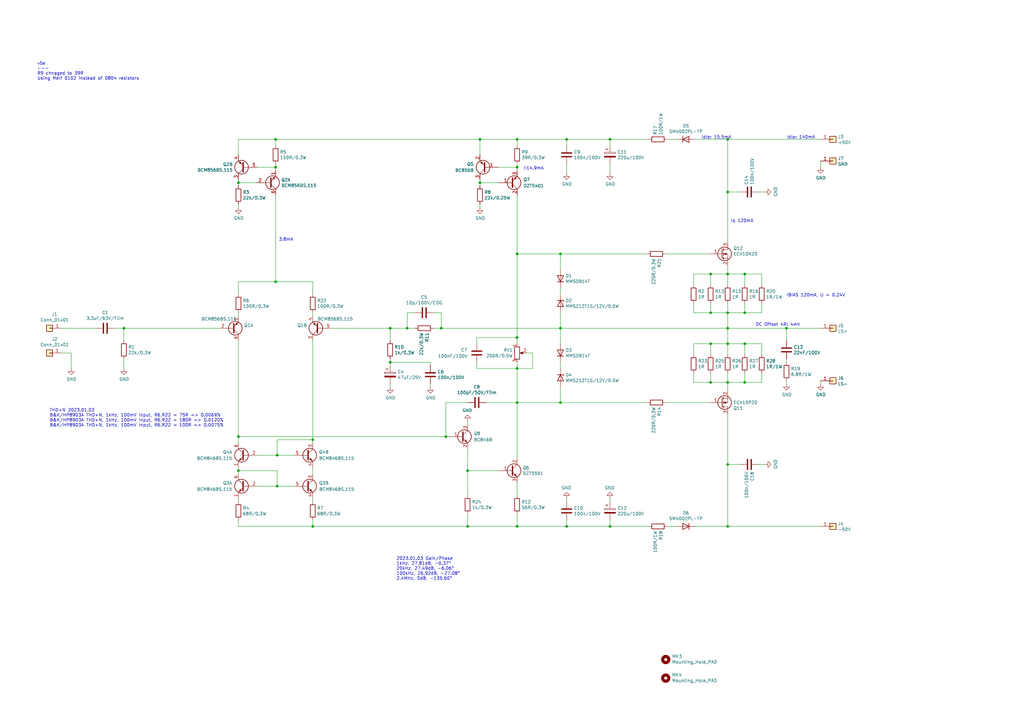
<source format=kicad_sch>
(kicad_sch (version 20230121) (generator eeschema)
  (paper "A3")
  (title_block (title "Lateral MOS FET 80W") (date "2023-08-20") (rev "v5e"))
  (lib_symbols
    (symbol "Connector_Generic:Conn_01x01" (pin_names (offset 1.016) hide)
      (property "Reference" "J" (at 0 2.54 0))
      (property "Value" "Conn_01x01" (at 0 -2.54 0))
      (symbol "Conn_01x01_1_1"
        (rectangle (start -1.27 0.127) (end 0 -0.127) (stroke (width 0.1524)))
        (rectangle (start -1.27 1.27) (end 1.27 -1.27) (stroke (width 0.254)) (fill (type background)))
        (pin passive line (at -5.08 0 0) (length 3.81) (name "Pin_1") (number "1"))
      )
    )
    (symbol "Device:C" (pin_numbers hide) (pin_names (offset 0.254))
      (property "Reference" "C" (at 0.635 2.54 0))
      (property "Value" "C" (at 0.635 -2.54 0))
      (symbol "C_0_1"
        (polyline (pts (xy -2.032 -0.762) (xy 2.032 -0.762)) (stroke (width 0.508)))
        (polyline (pts (xy -2.032 0.762) (xy 2.032 0.762)) (stroke (width 0.508)))
      )
      (symbol "C_1_1"
        (pin passive line (at 0 3.81 270) (length 2.794) (name "~") (number "1"))
        (pin passive line (at 0 -3.81 90) (length 2.794) (name "~") (number "2"))
      )
    )
    (symbol "Device:CP" (pin_numbers hide) (pin_names (offset 0.254))
      (property "Reference" "C" (at 0.635 2.54 0))
      (property "Value" "Device_CP" (at 0.635 -2.54 0))
      (symbol "CP_0_1"
        (rectangle (start -2.286 0.508) (end 2.286 1.016))
        (polyline (pts (xy -1.778 2.286) (xy -0.762 2.286)))
        (polyline (pts (xy -1.27 2.794) (xy -1.27 1.778)))
        (rectangle (start 2.286 -0.508) (end -2.286 -1.016) (fill (type outline)))
      )
      (symbol "CP_1_1"
        (pin passive line (at 0 3.81 270) (length 2.794) (name "~") (number "1"))
        (pin passive line (at 0 -3.81 90) (length 2.794) (name "~") (number "2"))
      )
    )
    (symbol "Device:R" (pin_numbers hide) (pin_names (offset 0))
      (property "Reference" "R" (at 2.032 0 90))
      (property "Value" "R" (at 0 0 90))
      (symbol "R_0_1"
        (rectangle (start -1.016 -2.54) (end 1.016 2.54) (stroke (width 0.254)))
      )
      (symbol "R_1_1"
        (pin passive line (at 0 3.81 270) (length 1.27) (name "~") (number "1"))
        (pin passive line (at 0 -3.81 90) (length 1.27) (name "~") (number "2"))
      )
    )
    (symbol "Device:R_POT" (pin_names (offset 1.016) hide)
      (property "Reference" "RV" (at -4.445 0 90))
      (property "Value" "Device_R_POT" (at -2.54 0 90))
      (symbol "R_POT_0_1"
        (polyline (pts (xy 2.54 0) (xy 1.524 0)))
        (polyline (pts (xy 1.143 0) (xy 2.286 0.508) (xy 2.286 -0.508) (xy 1.143 0)) (fill (type outline)))
        (rectangle (start 1.016 2.54) (end -1.016 -2.54) (stroke (width 0.254)))
      )
      (symbol "R_POT_1_1"
        (pin passive line (at 0 3.81 270) (length 1.27) (name "1") (number "1"))
        (pin passive line (at 3.81 0 180) (length 1.27) (name "2") (number "2"))
        (pin passive line (at 0 -3.81 90) (length 1.27) (name "3") (number "3"))
      )
    )
    (symbol "Diode:1N4002" (pin_numbers hide) (pin_names (offset 1.016) hide)
      (property "Reference" "D" (at 0 2.54 0))
      (property "Value" "1N4002" (at 0 -2.54 0))
      (symbol "1N4002_0_1"
        (polyline (pts (xy -1.27 1.27) (xy -1.27 -1.27)) (stroke (width 0.254)))
        (polyline (pts (xy 1.27 0) (xy -1.27 0)))
        (polyline (pts (xy 1.27 1.27) (xy 1.27 -1.27) (xy -1.27 0) (xy 1.27 1.27)) (stroke (width 0.254)))
      )
      (symbol "1N4002_1_1"
        (pin passive line (at -3.81 0 0) (length 2.54) (name "K") (number "1"))
        (pin passive line (at 3.81 0 180) (length 2.54) (name "A") (number "2"))
      )
    )
    (symbol "Diode:1N4148" (pin_numbers hide) (pin_names (offset 1.016) hide)
      (property "Reference" "D" (at 0 2.54 0))
      (property "Value" "1N4148" (at 0 -2.54 0))
      (symbol "1N4148_0_1"
        (polyline (pts (xy -1.27 1.27) (xy -1.27 -1.27)) (stroke (width 0.254)))
        (polyline (pts (xy 1.27 0) (xy -1.27 0)))
        (polyline (pts (xy 1.27 1.27) (xy 1.27 -1.27) (xy -1.27 0) (xy 1.27 1.27)) (stroke (width 0.254)))
      )
      (symbol "1N4148_1_1"
        (pin passive line (at -3.81 0 0) (length 2.54) (name "K") (number "1"))
        (pin passive line (at 3.81 0 180) (length 2.54) (name "A") (number "2"))
      )
    )
    (symbol "Diode:ZPDxx" (pin_numbers hide) (pin_names (offset 1.016) hide)
      (property "Reference" "D" (at 0 2.54 0))
      (property "Value" "ZPDxx" (at 0 -2.54 0))
      (symbol "ZPDxx_0_1"
        (polyline (pts (xy 1.27 0) (xy -1.27 0)))
        (polyline (pts (xy -1.27 -1.27) (xy -1.27 1.27) (xy -0.762 1.27)) (stroke (width 0.254)))
        (polyline (pts (xy 1.27 -1.27) (xy 1.27 1.27) (xy -1.27 0) (xy 1.27 -1.27)) (stroke (width 0.254)))
      )
      (symbol "ZPDxx_1_1"
        (pin passive line (at -3.81 0 0) (length 2.54) (name "K") (number "1"))
        (pin passive line (at 3.81 0 180) (length 2.54) (name "A") (number "2"))
      )
    )
    (symbol "Mechanical:MountingHole" (pin_names (offset 1.016))
      (property "Reference" "H" (at 0 5.08 0))
      (property "Value" "MountingHole" (at 0 3.175 0))
      (symbol "MountingHole_0_1"
        (circle (center 0 0) (radius 1.27) (stroke (width 1.27)))
      )
    )
    (symbol "Transistor_BJT:BC846" (pin_names (offset 0) hide)
      (property "Reference" "Q" (at 5.08 1.905 0))
      (property "Value" "BC846" (at 5.08 0 0))
      (symbol "BC846_0_1"
        (polyline (pts (xy 0.635 0.635) (xy 2.54 2.54)))
        (polyline (pts (xy 0.635 -0.635) (xy 2.54 -2.54) (xy 2.54 -2.54)))
        (polyline (pts (xy 0.635 1.905) (xy 0.635 -1.905) (xy 0.635 -1.905)) (stroke (width 0.508)))
        (polyline (pts (xy 1.27 -1.778) (xy 1.778 -1.27) (xy 2.286 -2.286) (xy 1.27 -1.778) (xy 1.27 -1.778)) (fill (type outline)))
        (circle (center 1.27 0) (radius 2.8194) (stroke (width 0.254)))
      )
      (symbol "BC846_1_1"
        (pin input line (at -5.08 0 0) (length 5.715) (name "B") (number "1"))
        (pin passive line (at 2.54 -5.08 90) (length 2.54) (name "E") (number "2"))
        (pin passive line (at 2.54 5.08 270) (length 2.54) (name "C") (number "3"))
      )
    )
    (symbol "Transistor_BJT:BC846BDW1" (pin_names (offset 0) hide)
      (property "Reference" "Q" (at 5.08 1.27 0))
      (property "Value" "BC846BDW1" (at 5.08 -1.27 0))
      (symbol "BC846BDW1_0_1"
        (polyline (pts (xy 0.635 0) (xy -2.54 0)))
        (polyline (pts (xy 0.635 0.635) (xy 2.54 2.54)))
        (polyline (pts (xy 0.635 -0.635) (xy 2.54 -2.54) (xy 2.54 -2.54)))
        (polyline (pts (xy 0.635 1.905) (xy 0.635 -1.905) (xy 0.635 -1.905)) (stroke (width 0.508)))
        (polyline (pts (xy 1.27 -1.778) (xy 1.778 -1.27) (xy 2.286 -2.286) (xy 1.27 -1.778) (xy 1.27 -1.778)) (fill (type outline)))
        (circle (center 1.27 0) (radius 2.8194) (stroke (width 0.254)))
      )
      (symbol "BC846BDW1_1_1"
        (pin passive line (at 2.54 -5.08 90) (length 2.54) (name "E1") (number "1"))
        (pin input line (at -5.08 0 0) (length 2.54) (name "B1") (number "2"))
        (pin passive line (at 2.54 5.08 270) (length 2.54) (name "C1") (number "6"))
      )
      (symbol "BC846BDW1_2_1"
        (pin passive line (at 2.54 5.08 270) (length 2.54) (name "C2") (number "3"))
        (pin passive line (at 2.54 -5.08 90) (length 2.54) (name "E2") (number "4"))
        (pin input line (at -5.08 0 0) (length 2.54) (name "B2") (number "5"))
      )
    )
    (symbol "Transistor_BJT:BC856" (pin_names (offset 0) hide)
      (property "Reference" "Q" (at 5.08 1.905 0))
      (property "Value" "BC856" (at 5.08 0 0))
      (symbol "BC856_0_1"
        (polyline (pts (xy 0.635 0.635) (xy 2.54 2.54)))
        (polyline (pts (xy 0.635 -0.635) (xy 2.54 -2.54) (xy 2.54 -2.54)))
        (polyline (pts (xy 0.635 1.905) (xy 0.635 -1.905) (xy 0.635 -1.905)) (stroke (width 0.508)))
        (polyline (pts (xy 2.286 -1.778) (xy 1.778 -2.286) (xy 1.27 -1.27) (xy 2.286 -1.778) (xy 2.286 -1.778)) (fill (type outline)))
        (circle (center 1.27 0) (radius 2.8194) (stroke (width 0.254)))
      )
      (symbol "BC856_1_1"
        (pin input line (at -5.08 0 0) (length 5.715) (name "B") (number "1"))
        (pin passive line (at 2.54 -5.08 90) (length 2.54) (name "E") (number "2"))
        (pin passive line (at 2.54 5.08 270) (length 2.54) (name "C") (number "3"))
      )
    )
    (symbol "Transistor_BJT:BC856BS" (pin_names (offset 0) hide)
      (property "Reference" "Q" (at 5.08 1.27 0))
      (property "Value" "BC856BS" (at 5.08 -1.27 0))
      (symbol "BC856BS_0_1"
        (polyline (pts (xy 0.635 0) (xy -2.54 0)))
        (polyline (pts (xy 0.635 0.635) (xy 2.54 2.54)))
        (polyline (pts (xy 0.635 -0.635) (xy 2.54 -2.54) (xy 2.54 -2.54)))
        (polyline (pts (xy 0.635 1.905) (xy 0.635 -1.905) (xy 0.635 -1.905)) (stroke (width 0.508)))
        (polyline (pts (xy 2.286 -1.778) (xy 1.778 -2.286) (xy 1.27 -1.27) (xy 2.286 -1.778) (xy 2.286 -1.778)) (fill (type outline)))
        (circle (center 1.27 0) (radius 2.8194) (stroke (width 0.254)))
      )
      (symbol "BC856BS_1_1"
        (pin passive line (at 2.54 -5.08 90) (length 2.54) (name "E1") (number "1"))
        (pin input line (at -5.08 0 0) (length 2.54) (name "B1") (number "2"))
        (pin passive line (at 2.54 5.08 270) (length 2.54) (name "C1") (number "6"))
      )
      (symbol "BC856BS_2_1"
        (pin passive line (at 2.54 5.08 270) (length 2.54) (name "C2") (number "3"))
        (pin passive line (at 2.54 -5.08 90) (length 2.54) (name "E2") (number "4"))
        (pin input line (at -5.08 0 0) (length 2.54) (name "B2") (number "5"))
      )
    )
    (symbol "kicad-snk:DZT5401" (pin_names (offset 0) hide)
      (property "Reference" "Q" (at 5.08 1.905 0))
      (property "Value" "DZT5401" (at 5.08 0 0))
      (symbol "DZT5401_0_1"
        (polyline (pts (xy 0.635 0.635) (xy 2.54 2.54)))
        (polyline (pts (xy 0.635 -0.635) (xy 2.54 -2.54) (xy 2.54 -2.54)))
        (polyline (pts (xy 0.635 1.905) (xy 0.635 -1.905) (xy 0.635 -1.905)) (stroke (width 0.508)))
        (polyline (pts (xy 2.286 -1.778) (xy 1.778 -2.286) (xy 1.27 -1.27) (xy 2.286 -1.778) (xy 2.286 -1.778)) (fill (type outline)))
        (circle (center 1.27 0) (radius 2.8194) (stroke (width 0.254)))
      )
      (symbol "DZT5401_1_1"
        (pin input line (at -5.08 0 0) (length 5.715) (name "B") (number "1"))
        (pin passive line (at 2.54 5.08 270) (length 2.54) (name "C") (number "2"))
        (pin passive line (at 2.54 -5.08 90) (length 2.54) (name "E") (number "3"))
      )
    )
    (symbol "kicad-snk:DZT5551" (pin_names (offset 0) hide)
      (property "Reference" "Q" (at 5.08 1.905 0))
      (property "Value" "kicad-snk_DZT5551" (at 5.08 0 0))
      (symbol "DZT5551_0_1"
        (polyline (pts (xy 0.635 0.635) (xy 2.54 2.54)))
        (polyline (pts (xy 0.635 -0.635) (xy 2.54 -2.54) (xy 2.54 -2.54)))
        (polyline (pts (xy 0.635 1.905) (xy 0.635 -1.905) (xy 0.635 -1.905)) (stroke (width 0.508)))
        (polyline (pts (xy 1.27 -1.778) (xy 1.778 -1.27) (xy 2.286 -2.286) (xy 1.27 -1.778) (xy 1.27 -1.778)) (fill (type outline)))
        (circle (center 1.27 0) (radius 2.8194) (stroke (width 0.254)))
      )
      (symbol "DZT5551_1_1"
        (pin input line (at -5.08 0 0) (length 5.715) (name "B") (number "1"))
        (pin passive line (at 2.54 5.08 270) (length 2.54) (name "C") (number "2"))
        (pin passive line (at 2.54 -5.08 90) (length 2.54) (name "E") (number "3"))
      )
    )
    (symbol "kicad-snk:Q_NMOS_GSD" (pin_names (offset 0) hide)
      (property "Reference" "Q" (at 7.62 1.27 0))
      (property "Value" "kicad-snk_Q_NMOS_GSD" (at 16.51 -1.27 0))
      (symbol "Q_NMOS_GSD_0_1"
        (polyline (pts (xy 0.762 -1.778) (xy 2.54 -1.778)))
        (polyline (pts (xy 0.762 -1.27) (xy 0.762 -2.286)) (stroke (width 0.254)))
        (polyline (pts (xy 0.762 0) (xy 2.54 0)))
        (polyline (pts (xy 0.762 0.508) (xy 0.762 -0.508)) (stroke (width 0.254)))
        (polyline (pts (xy 0.762 1.778) (xy 2.54 1.778)))
        (polyline (pts (xy 0.762 2.286) (xy 0.762 1.27)) (stroke (width 0.254)))
        (polyline (pts (xy 2.54 -1.778) (xy 2.54 -2.54)))
        (polyline (pts (xy 2.54 -1.778) (xy 2.54 0)))
        (polyline (pts (xy 2.54 2.54) (xy 2.54 1.778)))
        (polyline (pts (xy 0.254 1.905) (xy 0.254 -1.905) (xy 0.254 -1.905)) (stroke (width 0.254)))
        (polyline (pts (xy 1.016 0) (xy 2.032 0.381) (xy 2.032 -0.381) (xy 1.016 0)) (fill (type outline)))
        (circle (center 1.27 0) (radius 2.8194) (stroke (width 0.254)))
      )
      (symbol "Q_NMOS_GSD_1_1"
        (pin input line (at -5.08 0 0) (length 5.334) (name "G") (number "1"))
        (pin passive line (at 2.54 -5.08 90) (length 2.54) (name "S") (number "2"))
        (pin passive line (at 2.54 5.08 270) (length 2.54) (name "D") (number "3"))
      )
    )
    (symbol "kicad-snk:Q_PMOS_GSD" (pin_names (offset 0) hide)
      (property "Reference" "Q" (at 7.62 1.27 0))
      (property "Value" "kicad-snk_Q_PMOS_GSD" (at 16.51 -1.27 0))
      (symbol "Q_PMOS_GSD_0_1"
        (polyline (pts (xy 0.762 -1.778) (xy 2.54 -1.778)))
        (polyline (pts (xy 0.762 -1.27) (xy 0.762 -2.286)) (stroke (width 0.254)))
        (polyline (pts (xy 0.762 0) (xy 2.54 0)))
        (polyline (pts (xy 0.762 0.508) (xy 0.762 -0.508)) (stroke (width 0.254)))
        (polyline (pts (xy 0.762 1.778) (xy 2.54 1.778)))
        (polyline (pts (xy 0.762 2.286) (xy 0.762 1.27)) (stroke (width 0.254)))
        (polyline (pts (xy 2.54 -1.778) (xy 2.54 -2.54)))
        (polyline (pts (xy 2.54 -1.778) (xy 2.54 0)))
        (polyline (pts (xy 2.54 2.54) (xy 2.54 1.778)))
        (polyline (pts (xy 0.254 1.905) (xy 0.254 -1.905) (xy 0.254 -1.905)) (stroke (width 0.254)))
        (polyline (pts (xy 2.286 0) (xy 1.27 -0.381) (xy 1.27 0.381) (xy 2.286 0)) (fill (type outline)))
        (circle (center 1.27 0) (radius 2.8194) (stroke (width 0.254)))
      )
      (symbol "Q_PMOS_GSD_1_1"
        (pin input line (at -5.08 0 0) (length 5.334) (name "G") (number "1"))
        (pin passive line (at 2.54 -5.08 90) (length 2.54) (name "D") (number "2"))
        (pin passive line (at 2.54 5.08 270) (length 2.54) (name "S") (number "3"))
      )
    )
    (symbol "power:GND" (power) (pin_names (offset 0))
      (property "Value" "GND" (at 0 -3.81 0))
      (symbol "GND_0_1"
        (polyline (pts (xy 0 0) (xy 0 -1.27) (xy 1.27 -1.27) (xy 0 -2.54) (xy -1.27 -1.27) (xy 0 -1.27)))
      )
      (symbol "GND_1_1"
        (pin power_in line (at 0 0 270) (length 0) hide (name "GND") (number "1"))
      )
    )
  )
  (junction (at 229.87 165.1))
  (junction (at 191.77 215.9))
  (junction (at 212.09 68.58))
  (junction (at 229.87 104.14))
  (junction (at 212.09 165.1))
  (junction (at 305.435 156.845))
  (junction (at 229.87 134.62))
  (junction (at 191.77 193.04))
  (junction (at 212.09 215.9))
  (junction (at 298.45 215.9))
  (junction (at 196.85 74.93))
  (junction (at 97.79 193.04))
  (junction (at 113.665 186.69))
  (junction (at 113.03 115.57))
  (junction (at 298.45 57.15))
  (junction (at 50.8 134.62))
  (junction (at 250.19 57.15))
  (junction (at 212.09 138.43))
  (junction (at 232.41 57.15))
  (junction (at 113.03 57.15))
  (junction (at 97.79 179.07))
  (junction (at 212.09 151.13))
  (junction (at 113.665 199.39))
  (junction (at 298.45 156.845))
  (junction (at 298.45 190.5))
  (junction (at 160.02 134.62))
  (junction (at 180.975 134.62))
  (junction (at 128.27 215.9))
  (junction (at 167.005 134.62))
  (junction (at 298.45 112.395))
  (junction (at 305.435 112.395))
  (junction (at 305.435 140.97))
  (junction (at 298.45 134.62))
  (junction (at 113.03 68.58))
  (junction (at 212.09 57.15))
  (junction (at 182.88 179.07))
  (junction (at 212.09 104.14))
  (junction (at 97.79 74.93))
  (junction (at 128.27 180.34))
  (junction (at 291.465 140.97))
  (junction (at 196.85 57.15))
  (junction (at 322.58 134.62))
  (junction (at 298.45 128.27))
  (junction (at 291.465 128.27))
  (junction (at 291.465 156.845))
  (junction (at 291.465 112.395))
  (junction (at 250.19 215.9))
  (junction (at 298.45 140.97))
  (junction (at 160.02 148.59))
  (junction (at 298.45 78.74))
  (junction (at 305.435 128.27))
  (junction (at 232.41 215.9))
  (wire (pts (xy 50.8 134.62) (xy 90.17 134.62)))
  (wire (pts (xy 212.09 68.58) (xy 212.09 69.85)))
  (wire (pts (xy 29.21 144.78) (xy 25.4 144.78)))
  (wire (pts (xy 312.42 112.395) (xy 305.435 112.395)))
  (wire (pts (xy 284.48 156.845) (xy 291.465 156.845)))
  (wire (pts (xy 284.48 140.97) (xy 291.465 140.97)))
  (wire (pts (xy 196.85 73.66) (xy 196.85 74.93)))
  (wire (pts (xy 305.435 156.845) (xy 298.45 156.845)))
  (wire (pts (xy 285.115 57.15) (xy 298.45 57.15)))
  (wire (pts (xy 128.27 115.57) (xy 113.03 115.57)))
  (wire (pts (xy 218.44 151.13) (xy 218.44 144.78)))
  (wire (pts (xy 128.27 139.7) (xy 128.27 180.34)))
  (wire (pts (xy 291.465 116.84) (xy 291.465 112.395)))
  (wire (pts (xy 160.02 148.59) (xy 176.53 148.59)))
  (wire (pts (xy 284.48 128.27) (xy 291.465 128.27)))
  (wire (pts (xy 298.45 215.9) (xy 298.45 190.5)))
  (wire (pts (xy 212.09 165.1) (xy 229.87 165.1)))
  (wire (pts (xy 113.03 57.15) (xy 196.85 57.15)))
  (wire (pts (xy 312.42 128.27) (xy 305.435 128.27)))
  (wire (pts (xy 212.09 210.82) (xy 212.09 215.9)))
  (wire (pts (xy 196.85 57.15) (xy 196.85 63.5)))
  (wire (pts (xy 176.53 149.86) (xy 176.53 148.59)))
  (wire (pts (xy 291.465 145.415) (xy 291.465 140.97)))
  (wire (pts (xy 291.465 112.395) (xy 298.45 112.395)))
  (wire (pts (xy 212.09 57.15) (xy 232.41 57.15)))
  (wire (pts (xy 229.87 110.49) (xy 229.87 104.14)))
  (wire (pts (xy 105.41 199.39) (xy 113.665 199.39)))
  (wire (pts (xy 191.77 184.15) (xy 191.77 193.04)))
  (wire (pts (xy 232.41 57.15) (xy 232.41 59.69)))
  (wire (pts (xy 113.03 115.57) (xy 97.79 115.57)))
  (wire (pts (xy 25.4 134.62) (xy 39.37 134.62)))
  (wire (pts (xy 105.41 68.58) (xy 113.03 68.58)))
  (wire (pts (xy 229.87 128.27) (xy 229.87 134.62)))
  (wire (pts (xy 232.41 67.31) (xy 232.41 71.12)))
  (wire (pts (xy 232.41 215.9) (xy 250.19 215.9)))
  (wire (pts (xy 303.53 78.74) (xy 298.45 78.74)))
  (wire (pts (xy 128.27 180.34) (xy 128.27 181.61)))
  (wire (pts (xy 303.53 190.5) (xy 298.45 190.5)))
  (wire (pts (xy 113.665 199.39) (xy 120.65 199.39)))
  (wire (pts (xy 97.79 74.93) (xy 105.41 74.93)))
  (wire (pts (xy 312.42 116.84) (xy 312.42 112.395)))
  (wire (pts (xy 191.77 172.72) (xy 191.77 173.99)))
  (wire (pts (xy 250.19 57.15) (xy 250.19 59.69)))
  (wire (pts (xy 298.45 99.06) (xy 298.45 78.74)))
  (wire (pts (xy 167.005 134.62) (xy 170.18 134.62)))
  (wire (pts (xy 196.85 74.93) (xy 196.85 76.2)))
  (wire (pts (xy 160.02 148.59) (xy 160.02 147.32)))
  (wire (pts (xy 167.005 128.27) (xy 167.005 134.62)))
  (wire (pts (xy 105.41 186.69) (xy 113.665 186.69)))
  (wire (pts (xy 196.85 57.15) (xy 212.09 57.15)))
  (wire (pts (xy 298.45 215.9) (xy 336.55 215.9)))
  (wire (pts (xy 113.665 193.04) (xy 113.665 199.39)))
  (wire (pts (xy 232.41 57.15) (xy 250.19 57.15)))
  (wire (pts (xy 212.09 151.13) (xy 218.44 151.13)))
  (wire (pts (xy 196.85 74.93) (xy 204.47 74.93)))
  (wire (pts (xy 182.88 179.07) (xy 184.15 179.07)))
  (wire (pts (xy 97.79 139.7) (xy 97.79 179.07)))
  (wire (pts (xy 212.09 138.43) (xy 212.09 140.97)))
  (wire (pts (xy 284.48 124.46) (xy 284.48 128.27)))
  (wire (pts (xy 97.79 204.47) (xy 97.79 205.74)))
  (wire (pts (xy 191.77 215.9) (xy 212.09 215.9)))
  (wire (pts (xy 273.05 165.1) (xy 290.83 165.1)))
  (wire (pts (xy 128.27 215.9) (xy 191.77 215.9)))
  (wire (pts (xy 298.45 112.395) (xy 298.45 116.84)))
  (wire (pts (xy 212.09 151.13) (xy 212.09 165.1)))
  (wire (pts (xy 182.88 165.1) (xy 182.88 179.07)))
  (wire (pts (xy 229.87 158.75) (xy 229.87 165.1)))
  (wire (pts (xy 212.09 57.15) (xy 212.09 59.69)))
  (wire (pts (xy 212.09 165.1) (xy 212.09 187.96)))
  (wire (pts (xy 191.77 165.1) (xy 182.88 165.1)))
  (wire (pts (xy 128.27 128.27) (xy 128.27 129.54)))
  (wire (pts (xy 312.42 156.845) (xy 305.435 156.845)))
  (wire (pts (xy 336.55 66.04) (xy 336.55 68.58)))
  (wire (pts (xy 312.42 140.97) (xy 305.435 140.97)))
  (wire (pts (xy 273.685 57.15) (xy 277.495 57.15)))
  (wire (pts (xy 97.79 73.66) (xy 97.79 74.93)))
  (wire (pts (xy 312.42 145.415) (xy 312.42 140.97)))
  (wire (pts (xy 97.79 57.15) (xy 113.03 57.15)))
  (wire (pts (xy 298.45 78.74) (xy 298.45 57.15)))
  (wire (pts (xy 97.79 57.15) (xy 97.79 63.5)))
  (wire (pts (xy 204.47 68.58) (xy 212.09 68.58)))
  (wire (pts (xy 196.85 83.82) (xy 196.85 85.09)))
  (wire (pts (xy 312.42 124.46) (xy 312.42 128.27)))
  (wire (pts (xy 298.45 140.97) (xy 298.45 145.415)))
  (wire (pts (xy 298.45 170.18) (xy 298.45 190.5)))
  (wire (pts (xy 229.87 104.14) (xy 265.43 104.14)))
  (wire (pts (xy 284.48 153.035) (xy 284.48 156.845)))
  (wire (pts (xy 322.58 139.7) (xy 322.58 134.62)))
  (wire (pts (xy 50.8 151.13) (xy 50.8 147.32)))
  (wire (pts (xy 305.435 140.97) (xy 298.45 140.97)))
  (wire (pts (xy 305.435 145.415) (xy 305.435 140.97)))
  (wire (pts (xy 291.465 156.845) (xy 298.45 156.845)))
  (wire (pts (xy 322.58 157.48) (xy 322.58 156.21)))
  (wire (pts (xy 97.79 179.07) (xy 97.79 181.61)))
  (wire (pts (xy 97.79 128.27) (xy 97.79 129.54)))
  (wire (pts (xy 195.58 140.97) (xy 195.58 138.43)))
  (wire (pts (xy 273.05 104.14) (xy 290.83 104.14)))
  (wire (pts (xy 313.69 78.74) (xy 311.15 78.74)))
  (wire (pts (xy 97.79 213.36) (xy 97.79 215.9)))
  (wire (pts (xy 273.685 215.9) (xy 277.495 215.9)))
  (wire (pts (xy 250.19 213.36) (xy 250.19 215.9)))
  (wire (pts (xy 113.03 57.15) (xy 113.03 59.69)))
  (wire (pts (xy 212.09 198.12) (xy 212.09 203.2)))
  (wire (pts (xy 298.45 156.845) (xy 298.45 160.02)))
  (wire (pts (xy 97.79 193.04) (xy 97.79 194.31)))
  (wire (pts (xy 160.02 134.62) (xy 160.02 139.7)))
  (wire (pts (xy 322.58 148.59) (xy 322.58 147.32)))
  (wire (pts (xy 113.665 186.69) (xy 113.665 180.34)))
  (wire (pts (xy 212.09 148.59) (xy 212.09 151.13)))
  (wire (pts (xy 97.79 83.82) (xy 97.79 85.09)))
  (wire (pts (xy 160.02 149.86) (xy 160.02 148.59)))
  (wire (pts (xy 176.53 158.75) (xy 176.53 157.48)))
  (wire (pts (xy 298.45 57.15) (xy 336.55 57.15)))
  (wire (pts (xy 50.8 139.7) (xy 50.8 134.62)))
  (wire (pts (xy 128.27 115.57) (xy 128.27 120.65)))
  (wire (pts (xy 180.975 128.27) (xy 180.975 134.62)))
  (wire (pts (xy 97.79 191.77) (xy 97.79 193.04)))
  (wire (pts (xy 336.55 134.62) (xy 322.58 134.62)))
  (wire (pts (xy 113.665 186.69) (xy 120.65 186.69)))
  (wire (pts (xy 180.975 134.62) (xy 229.87 134.62)))
  (wire (pts (xy 250.19 57.15) (xy 266.065 57.15)))
  (wire (pts (xy 180.975 128.27) (xy 177.8 128.27)))
  (wire (pts (xy 128.27 191.77) (xy 128.27 194.31)))
  (wire (pts (xy 191.77 193.04) (xy 204.47 193.04)))
  (wire (pts (xy 305.435 124.46) (xy 305.435 128.27)))
  (wire (pts (xy 195.58 148.59) (xy 195.58 151.13)))
  (wire (pts (xy 199.39 165.1) (xy 212.09 165.1)))
  (wire (pts (xy 177.8 134.62) (xy 180.975 134.62)))
  (wire (pts (xy 128.27 213.36) (xy 128.27 215.9)))
  (wire (pts (xy 170.18 128.27) (xy 167.005 128.27)))
  (wire (pts (xy 250.19 67.31) (xy 250.19 71.12)))
  (wire (pts (xy 97.79 115.57) (xy 97.79 120.65)))
  (wire (pts (xy 284.48 112.395) (xy 291.465 112.395)))
  (wire (pts (xy 46.99 134.62) (xy 50.8 134.62)))
  (wire (pts (xy 97.79 215.9) (xy 128.27 215.9)))
  (wire (pts (xy 305.435 153.035) (xy 305.435 156.845)))
  (wire (pts (xy 229.87 151.13) (xy 229.87 148.59)))
  (wire (pts (xy 212.09 67.31) (xy 212.09 68.58)))
  (wire (pts (xy 291.465 124.46) (xy 291.465 128.27)))
  (wire (pts (xy 232.41 205.74) (xy 232.41 204.47)))
  (wire (pts (xy 191.77 210.82) (xy 191.77 215.9)))
  (wire (pts (xy 284.48 116.84) (xy 284.48 112.395)))
  (wire (pts (xy 160.02 158.75) (xy 160.02 157.48)))
  (wire (pts (xy 313.69 190.5) (xy 311.15 190.5)))
  (wire (pts (xy 195.58 151.13) (xy 212.09 151.13)))
  (wire (pts (xy 97.79 193.04) (xy 113.665 193.04)))
  (wire (pts (xy 113.03 67.31) (xy 113.03 68.58)))
  (wire (pts (xy 113.03 80.01) (xy 113.03 115.57)))
  (wire (pts (xy 291.465 140.97) (xy 298.45 140.97)))
  (wire (pts (xy 298.45 134.62) (xy 298.45 140.97)))
  (wire (pts (xy 291.465 153.035) (xy 291.465 156.845)))
  (wire (pts (xy 215.9 144.78) (xy 218.44 144.78)))
  (wire (pts (xy 212.09 80.01) (xy 212.09 104.14)))
  (wire (pts (xy 284.48 145.415) (xy 284.48 140.97)))
  (wire (pts (xy 212.09 138.43) (xy 212.09 104.14)))
  (wire (pts (xy 229.87 165.1) (xy 265.43 165.1)))
  (wire (pts (xy 285.115 215.9) (xy 298.45 215.9)))
  (wire (pts (xy 298.45 128.27) (xy 298.45 134.62)))
  (wire (pts (xy 250.19 204.47) (xy 250.19 205.74)))
  (wire (pts (xy 212.09 104.14) (xy 229.87 104.14)))
  (wire (pts (xy 229.87 140.97) (xy 229.87 134.62)))
  (wire (pts (xy 291.465 128.27) (xy 298.45 128.27)))
  (wire (pts (xy 298.45 153.035) (xy 298.45 156.845)))
  (wire (pts (xy 298.45 124.46) (xy 298.45 128.27)))
  (wire (pts (xy 29.21 151.13) (xy 29.21 144.78)))
  (wire (pts (xy 160.02 134.62) (xy 167.005 134.62)))
  (wire (pts (xy 298.45 109.22) (xy 298.45 112.395)))
  (wire (pts (xy 135.89 134.62) (xy 160.02 134.62)))
  (wire (pts (xy 128.27 204.47) (xy 128.27 205.74)))
  (wire (pts (xy 212.09 215.9) (xy 232.41 215.9)))
  (wire (pts (xy 312.42 153.035) (xy 312.42 156.845)))
  (wire (pts (xy 97.79 74.93) (xy 97.79 76.2)))
  (wire (pts (xy 305.435 112.395) (xy 298.45 112.395)))
  (wire (pts (xy 195.58 138.43) (xy 212.09 138.43)))
  (wire (pts (xy 113.03 68.58) (xy 113.03 69.85)))
  (wire (pts (xy 232.41 213.36) (xy 232.41 215.9)))
  (wire (pts (xy 298.45 134.62) (xy 322.58 134.62)))
  (wire (pts (xy 229.87 134.62) (xy 298.45 134.62)))
  (wire (pts (xy 191.77 193.04) (xy 191.77 203.2)))
  (wire (pts (xy 229.87 120.65) (xy 229.87 118.11)))
  (wire (pts (xy 113.665 180.34) (xy 128.27 180.34)))
  (wire (pts (xy 305.435 116.84) (xy 305.435 112.395)))
  (wire (pts (xy 250.19 215.9) (xy 266.065 215.9)))
  (wire (pts (xy 305.435 128.27) (xy 298.45 128.27)))
  (wire (pts (xy 336.55 157.48) (xy 336.55 156.21)))
  (wire (pts (xy 97.79 179.07) (xy 182.88 179.07)))
  (text "THD+N 2023.01.03\nB&K/HP8903A THD+N, 1kHz, 100mV Input, R6,R22 = 75R => 0.0069%\nB&K/HP8903A THD+N, 1kHz, 100mV Input, R6,R22 = 180R => 0.0120%\nB&K/HP8903A THD+N, 1kHz, 100mV Input, R6,R22 = 100R => 0.0075%\n" (at 20.32 175.26 0) (effects (font (size 1.27 1.27)) (justify left bottom)))
  (text "Iq 120mA" (at 299.72 91.44 0) (effects (font (size 1.27 1.27)) (justify left bottom)))
  (text "Idle: 15.5mA" (at 287.655 57.15 0) (effects (font (size 1.27 1.27)) (justify left bottom)))
  (text "v5e\n---\nR9 chnaged to 39R\nUsing Melf 0102 instead of 0804 resistors" (at 15.24 33.02 0) (effects (font (size 1.27 1.27)) (justify left bottom)))
  (text "2023.01.03 Gain/Phase\n1kHz, 27.81dB, -0.37°\n20kHz, 27.49dB, -6.06°\n100kHz, 26.92dB, -27.08°\n2.4MHz, 0dB, -135.60°" (at 162.56 238.125 0) (effects (font (size 1.27 1.27)) (justify left bottom)))
  (text "Idle: 140mA" (at 322.58 57.15 0) (effects (font (size 1.27 1.27)) (justify left bottom)))
  (text "DC Offset 4R: 4mV" (at 309.88 133.985 0) (effects (font (size 1.27 1.27)) (justify left bottom)))
  (text "3.8mA" (at 114.3 99.06 0) (effects (font (size 1.27 1.27)) (justify left bottom)))
  (text "I:14.9mA" (at 214.63 69.85 0) (effects (font (size 1.27 1.27)) (justify left bottom)))
  (text "IBIAS 120mA, U = 0.24V" (at 322.58 121.92 0) (effects (font (size 1.27 1.27)) (justify left bottom)))
  (symbol (lib_id "Device:C") (at 43.18 134.62 270) (unit 1)
    (property "Reference" "C1" (at 43.18 128.2192 90))
    (property "Value" "3.3uF/63V/Film" (at 43.18 130.5306 90))
    (property "Footprint" "Capacitor_THT:C_Rect_L7.2mm_W7.2mm_P5.00mm_FKS2_FKP2_MKS2_MKP2" (effects hide))
  )
  (symbol (lib_id "power:GND") (at 50.8 151.13 0) (unit 1)
    (property "Reference" "#PWR0101" (effects hide))
    (property "Value" "GND" (at 50.927 155.5242 0))
  )
  (symbol (lib_id "Device:R") (at 50.8 143.51 0) (unit 1)
    (property "Reference" "R1" (at 52.578 142.3416 0) (effects (justify left)))
    (property "Value" "22k/0.3W" (at 52.578 144.653 0) (effects (justify left)))
    (property "Footprint" "Resistor_SMD:R_0805_2012Metric_Pad1.20x1.40mm_HandSolder" (effects hide))
  )
  (symbol (lib_id "power:GND") (at 29.21 151.13 0) (unit 1)
    (property "Reference" "#PWR0102" (effects hide))
    (property "Value" "GND" (at 29.337 155.5242 0))
  )
  (symbol (lib_id "Connector_Generic:Conn_01x01") (at 20.32 134.62 180) (unit 1)
    (property "Reference" "J1" (at 22.4028 128.905 0))
    (property "Value" "Conn_01x01" (at 22.4028 131.2164 0))
    (property "Footprint" "Connector_Pin:Pin_D1.0mm_L10.0mm" (effects hide))
  )
  (symbol (lib_id "Connector_Generic:Conn_01x01") (at 20.32 144.78 180) (unit 1)
    (property "Reference" "J2" (at 22.4028 139.065 0))
    (property "Value" "Conn_01x01" (at 22.4028 141.3764 0))
    (property "Footprint" "Connector_Pin:Pin_D1.0mm_L10.0mm" (effects hide))
  )
  (symbol (lib_id "Device:R") (at 97.79 124.46 0) (unit 1)
    (property "Reference" "R6" (at 99.568 123.2916 0) (effects (justify left)))
    (property "Value" "100R/0.3W" (at 99.568 125.603 0) (effects (justify left)))
    (property "Footprint" "Resistor_SMD:R_0805_2012Metric_Pad1.20x1.40mm_HandSolder" (effects hide))
  )
  (symbol (lib_id "Device:R") (at 97.79 80.01 0) (unit 1)
    (property "Reference" "R3" (at 99.568 78.8416 0) (effects (justify left)))
    (property "Value" "22k/0.3W" (at 99.568 81.153 0) (effects (justify left)))
    (property "Footprint" "Resistor_SMD:R_0805_2012Metric_Pad1.20x1.40mm_HandSolder" (effects hide))
  )
  (symbol (lib_id "power:GND") (at 97.79 85.09 0) (unit 1)
    (property "Reference" "#PWR0103" (effects hide))
    (property "Value" "GND" (at 97.917 89.4842 0))
  )
  (symbol (lib_id "Device:R") (at 113.03 63.5 0) (unit 1)
    (property "Reference" "R5" (at 114.808 62.3316 0) (effects (justify left)))
    (property "Value" "150R/0.3W" (at 114.808 64.643 0) (effects (justify left)))
    (property "Footprint" "Resistor_SMD:R_0805_2012Metric_Pad1.20x1.40mm_HandSolder" (effects hide))
  )
  (symbol (lib_id "Device:CP") (at 160.02 153.67 0) (unit 1)
    (property "Reference" "C4" (at 163.0172 152.5016 0) (effects (justify left)))
    (property "Value" "47uF/25V" (at 163.0172 154.813 0) (effects (justify left)))
    (property "Footprint" "Capacitor_THT:CP_Radial_D5.0mm_P2.00mm" (effects hide))
  )
  (symbol (lib_id "Device:C") (at 176.53 153.67 0) (unit 1)
    (property "Reference" "C6" (at 179.451 152.5016 0) (effects (justify left)))
    (property "Value" "100n/100V" (at 179.451 154.813 0) (effects (justify left)))
    (property "Footprint" "Capacitor_THT:C_Rect_L7.2mm_W2.5mm_P5.00mm_FKS2_FKP2_MKS2_MKP2" (effects hide))
  )
  (symbol (lib_id "Device:R") (at 160.02 143.51 0) (unit 1)
    (property "Reference" "R10" (at 161.798 142.3416 0) (effects (justify left)))
    (property "Value" "1k/0.3W" (at 161.798 144.653 0) (effects (justify left)))
    (property "Footprint" "Resistor_SMD:R_0805_2012Metric_Pad1.20x1.40mm_HandSolder" (effects hide))
  )
  (symbol (lib_id "Device:R") (at 128.27 209.55 0) (unit 1)
    (property "Reference" "R7" (at 130.048 208.3816 0) (effects (justify left)))
    (property "Value" "68R/0.3W" (at 130.048 210.693 0) (effects (justify left)))
    (property "Footprint" "Resistor_SMD:R_0805_2012Metric_Pad1.20x1.40mm_HandSolder" (effects hide))
  )
  (symbol (lib_id "Device:R") (at 97.79 209.55 0) (unit 1)
    (property "Reference" "R4" (at 99.568 208.3816 0) (effects (justify left)))
    (property "Value" "68R/0.3W" (at 99.568 210.693 0) (effects (justify left)))
    (property "Footprint" "Resistor_SMD:R_0805_2012Metric_Pad1.20x1.40mm_HandSolder" (effects hide))
  )
  (symbol (lib_id "Device:R") (at 173.99 134.62 270) (unit 1)
    (property "Reference" "R11" (at 175.1584 136.398 0) (effects (justify left)))
    (property "Value" "22k/0.3W" (at 172.847 136.398 0) (effects (justify left)))
    (property "Footprint" "Resistor_SMD:R_0805_2012Metric_Pad1.20x1.40mm_HandSolder" (effects hide))
  )
  (symbol (lib_id "Connector_Generic:Conn_01x01") (at 341.63 57.15 0) (unit 1)
    (property "Reference" "J3" (at 343.662 56.0832 0) (effects (justify left)))
    (property "Value" "+50V" (at 343.662 58.3946 0) (effects (justify left)))
    (property "Footprint" "kicad-snk:TE-726386-2_Pitch5.08mm_Drill1.3mm" (effects hide))
  )
  (symbol (lib_id "Connector_Generic:Conn_01x01") (at 341.63 215.9 0) (unit 1)
    (property "Reference" "J4" (at 343.662 214.8332 0) (effects (justify left)))
    (property "Value" "-50V" (at 343.662 217.1446 0) (effects (justify left)))
    (property "Footprint" "kicad-snk:TE-726386-2_Pitch5.08mm_Drill1.3mm" (effects hide))
  )
  (symbol (lib_id "power:GND") (at 322.58 157.48 0) (unit 1)
    (property "Reference" "#PWR0109" (effects hide))
    (property "Value" "GND" (at 322.707 161.8742 0))
  )
  (symbol (lib_id "Connector_Generic:Conn_01x01") (at 341.63 156.21 0) (unit 1)
    (property "Reference" "J6" (at 343.662 155.1432 0) (effects (justify left)))
    (property "Value" "LS-" (at 343.662 157.4546 0) (effects (justify left)))
    (property "Footprint" "kicad-snk:TE-726386-2_Pitch5.08mm_Drill1.3mm" (effects hide))
  )
  (symbol (lib_id "Connector_Generic:Conn_01x01") (at 341.63 134.62 0) (unit 1)
    (property "Reference" "J5" (at 343.662 133.5532 0) (effects (justify left)))
    (property "Value" "LS+" (at 343.662 135.8646 0) (effects (justify left)))
    (property "Footprint" "kicad-snk:TE-726386-2_Pitch5.08mm_Drill1.3mm" (effects hide))
  )
  (symbol (lib_id "power:GND") (at 336.55 157.48 0) (unit 1)
    (property "Reference" "#PWR0110" (effects hide))
    (property "Value" "GND" (at 336.677 161.8742 0))
  )
  (symbol (lib_id "Device:R_POT") (at 212.09 144.78 0) (unit 1)
    (property "Reference" "RV1" (at 210.3374 143.6116 0) (effects (justify right)))
    (property "Value" "200R/0.5W" (at 210.3374 145.923 0) (effects (justify right)))
    (property "Footprint" "Potentiometer_THT:Potentiometer_Bourns_3296W_Vertical" (effects hide))
  )
  (symbol (lib_id "Device:C") (at 195.58 144.78 180) (unit 1)
    (property "Reference" "C7" (at 191.77 143.51 0) (effects (justify left)))
    (property "Value" "100nF/100V" (at 191.77 146.05 0) (effects (justify left)))
    (property "Footprint" "Capacitor_THT:C_Rect_L7.2mm_W2.5mm_P5.00mm_FKS2_FKP2_MKS2_MKP2" (effects hide))
  )
  (symbol (lib_id "Diode:1N4148") (at 229.87 114.3 90) (unit 1)
    (property "Reference" "D1" (at 231.902 113.1316 90) (effects (justify right)))
    (property "Value" "MMSD914T" (at 231.902 115.443 90) (effects (justify right)))
    (property "Footprint" "Diode_SMD:D_SOD-123" (effects hide))
    (property "Datasheet" "https://assets.nexperia.com/documents/data-sheet/1N4148_1N4448.pdf" (effects hide))
  )
  (symbol (lib_id "Diode:ZPDxx") (at 229.87 124.46 270) (unit 1)
    (property "Reference" "D2" (at 231.902 123.2916 90) (effects (justify left)))
    (property "Value" "MMSZ12T1G/12V/0.5W" (at 231.902 125.603 90) (effects (justify left)))
    (property "Footprint" "Diode_SMD:D_SOD-123" (effects hide))
    (property "Datasheet" "http://diotec.com/tl_files/diotec/files/pdf/datasheets/zpd1" (effects hide))
  )
  (symbol (lib_id "Diode:1N4148") (at 229.87 144.78 90) (unit 1)
    (property "Reference" "D3" (at 231.902 143.6116 90) (effects (justify right)))
    (property "Value" "MMSD914T" (at 231.902 145.923 90) (effects (justify right)))
    (property "Footprint" "Diode_SMD:D_SOD-123" (effects hide))
    (property "Datasheet" "https://assets.nexperia.com/documents/data-sheet/1N4148_1N4448.pdf" (effects hide))
  )
  (symbol (lib_id "Diode:ZPDxx") (at 229.87 154.94 270) (unit 1)
    (property "Reference" "D4" (at 231.902 153.7716 90) (effects (justify left)))
    (property "Value" "MMSZ12T1G/12V/0.5W" (at 231.902 156.083 90) (effects (justify left)))
    (property "Footprint" "Diode_SMD:D_SOD-123" (effects hide))
    (property "Datasheet" "http://diotec.com/tl_files/diotec/files/pdf/datasheets/zpd1" (effects hide))
  )
  (symbol (lib_id "Device:R") (at 269.24 165.1 270) (unit 1)
    (property "Reference" "R14" (at 270.4084 166.878 0) (effects (justify left)))
    (property "Value" "220R/0.3W" (at 268.097 166.878 0) (effects (justify left)))
    (property "Footprint" "Resistor_SMD:R_0805_2012Metric_Pad1.20x1.40mm_HandSolder" (effects hide))
  )
  (symbol (lib_id "kicad-snk:Q_PMOS_GSD") (at 295.91 165.1 0) (mirror x) (unit 1)
    (property "Reference" "Q11" (at 300.7614 167.4114 0) (effects (justify left)))
    (property "Value" "ECX10P20" (at 300.7614 165.1 0) (effects (justify left)))
    (property "Footprint" "Package_TO_SOT_THT:TO-247-3_Horizontal_TabUp" (effects hide))
  )
  (symbol (lib_id "Connector_Generic:Conn_01x01") (at 341.63 66.04 0) (unit 1)
    (property "Reference" "J7" (at 343.662 64.9732 0) (effects (justify left)))
    (property "Value" "GND" (at 343.662 67.2846 0) (effects (justify left)))
    (property "Footprint" "kicad-snk:TE-726386-2_Pitch5.08mm_Drill1.3mm" (effects hide))
  )
  (symbol (lib_id "Device:R") (at 322.58 152.4 0) (unit 1)
    (property "Reference" "R19" (at 324.358 151.2316 0) (effects (justify left)))
    (property "Value" "6.8R/1W" (at 324.358 153.543 0) (effects (justify left)))
    (property "Footprint" "Resistor_SMD:R_MELF_MMB-0207" (effects hide))
  )
  (symbol (lib_id "power:GND") (at 336.55 68.58 0) (unit 1)
    (property "Reference" "#PWR0111" (effects hide))
    (property "Value" "GND" (at 336.677 72.9742 0))
  )
  (symbol (lib_id "Device:C") (at 322.58 143.51 0) (unit 1)
    (property "Reference" "C13" (at 325.501 142.3416 0) (effects (justify left)))
    (property "Value" "22nF/100V" (at 325.501 144.653 0) (effects (justify left)))
    (property "Footprint" "Capacitor_THT:C_Rect_L7.2mm_W2.5mm_P5.00mm_FKS2_FKP2_MKS2_MKP2" (effects hide))
  )
  (symbol (lib_id "Device:CP") (at 250.19 63.5 0) (unit 1)
    (property "Reference" "C11" (at 253.1872 62.3316 0) (effects (justify left)))
    (property "Value" "220u/100V" (at 253.1872 64.643 0) (effects (justify left)))
    (property "Footprint" "Capacitor_THT:CP_Radial_D12.5mm_P5.00mm" (effects hide))
  )
  (symbol (lib_id "Device:C") (at 232.41 63.5 0) (unit 1)
    (property "Reference" "C9" (at 235.331 62.3316 0) (effects (justify left)))
    (property "Value" "100n/100V" (at 235.331 64.643 0) (effects (justify left)))
    (property "Footprint" "Capacitor_THT:C_Rect_L7.2mm_W2.5mm_P5.00mm_FKS2_FKP2_MKS2_MKP2" (effects hide))
  )
  (symbol (lib_id "Diode:1N4002") (at 281.305 57.15 0) (unit 1)
    (property "Reference" "D5" (at 281.305 51.6382 0))
    (property "Value" "SM4002PL-TP" (at 281.305 53.9496 0))
    (property "Footprint" "Diode_SMD:D_SOD-123F" (effects hide))
    (property "Datasheet" "http://www.vishay.com/docs/88503/1n4001.pdf" (effects hide))
  )
  (symbol (lib_id "Device:R") (at 269.875 57.15 90) (unit 1)
    (property "Reference" "R17" (at 268.7066 55.372 0) (effects (justify left)))
    (property "Value" "100R/1W" (at 271.018 55.372 0) (effects (justify left)))
    (property "Footprint" "Resistor_SMD:R_MELF_MMB-0207" (effects hide))
  )
  (symbol (lib_id "Device:CP") (at 250.19 209.55 0) (unit 1)
    (property "Reference" "C12" (at 253.1872 208.3816 0) (effects (justify left)))
    (property "Value" "220u/100V" (at 253.1872 210.693 0) (effects (justify left)))
    (property "Footprint" "Capacitor_THT:CP_Radial_D12.5mm_P5.00mm" (effects hide))
  )
  (symbol (lib_id "Device:C") (at 232.41 209.55 0) (unit 1)
    (property "Reference" "C10" (at 235.331 208.3816 0) (effects (justify left)))
    (property "Value" "100n/100V" (at 235.331 210.693 0) (effects (justify left)))
    (property "Footprint" "Capacitor_THT:C_Rect_L7.2mm_W2.5mm_P5.00mm_FKS2_FKP2_MKS2_MKP2" (effects hide))
  )
  (symbol (lib_id "Mechanical:MountingHole") (at 273.05 270.51 0) (unit 1)
    (property "Reference" "MK3" (at 275.59 269.2146 0) (effects (justify left)))
    (property "Value" "Mounting_Hole_PAD" (at 275.59 271.526 0) (effects (justify left)))
    (property "Footprint" "MountingHole:MountingHole_3.2mm_M3_Pad_Via" (effects hide))
  )
  (symbol (lib_id "Mechanical:MountingHole") (at 273.05 278.13 0) (unit 1)
    (property "Reference" "MK4" (at 275.59 276.8346 0) (effects (justify left)))
    (property "Value" "Mounting_Hole_PAD" (at 275.59 279.146 0) (effects (justify left)))
    (property "Footprint" "MountingHole:MountingHole_3.2mm_M3_Pad_Via" (effects hide))
  )
  (symbol (lib_id "Device:R") (at 269.875 215.9 270) (unit 1)
    (property "Reference" "R18" (at 271.0434 217.678 0) (effects (justify left)))
    (property "Value" "100R/1W" (at 268.732 217.678 0) (effects (justify left)))
    (property "Footprint" "Resistor_SMD:R_MELF_MMB-0207" (effects hide))
  )
  (symbol (lib_id "Diode:1N4002") (at 281.305 215.9 180) (unit 1)
    (property "Reference" "D6" (at 281.305 210.3882 0))
    (property "Value" "SM4002PL-TP" (at 281.305 212.6996 0))
    (property "Footprint" "Diode_SMD:D_SOD-123F" (effects hide))
    (property "Datasheet" "http://www.vishay.com/docs/88503/1n4001.pdf" (effects hide))
  )
  (symbol (lib_id "power:GND") (at 232.41 71.12 0) (unit 1)
    (property "Reference" "#PWR0112" (effects hide))
    (property "Value" "GND" (at 232.537 75.5142 0))
  )
  (symbol (lib_id "power:GND") (at 250.19 71.12 0) (unit 1)
    (property "Reference" "#PWR0113" (effects hide))
    (property "Value" "GND" (at 250.317 75.5142 0))
  )
  (symbol (lib_id "Device:R") (at 269.24 104.14 270) (unit 1)
    (property "Reference" "R21" (at 270.4084 105.918 0) (effects (justify left)))
    (property "Value" "220R/0.3W" (at 268.097 105.918 0) (effects (justify left)))
    (property "Footprint" "Resistor_SMD:R_0805_2012Metric_Pad1.20x1.40mm_HandSolder" (effects hide))
  )
  (symbol (lib_id "kicad-snk:Q_NMOS_GSD") (at 295.91 104.14 0) (unit 1)
    (property "Reference" "Q12" (at 300.7614 101.8286 0) (effects (justify left)))
    (property "Value" "ECX10N20" (at 300.7614 104.14 0) (effects (justify left)))
    (property "Footprint" "Package_TO_SOT_THT:TO-247-3_Horizontal_TabUp" (effects hide))
  )
  (symbol (lib_id "power:GND") (at 160.02 158.75 0) (unit 1)
    (property "Reference" "#PWR0105" (effects hide))
    (property "Value" "GND" (at 160.147 163.1442 0))
  )
  (symbol (lib_id "power:GND") (at 176.53 158.75 0) (unit 1)
    (property "Reference" "#PWR0106" (effects hide))
    (property "Value" "GND" (at 176.657 163.1442 0))
  )
  (symbol (lib_id "Device:C") (at 307.34 190.5 270) (unit 1)
    (property "Reference" "C18" (at 308.5084 193.421 0) (effects (justify left)))
    (property "Value" "100n/100V" (at 306.197 193.421 0) (effects (justify left)))
    (property "Footprint" "Capacitor_THT:C_Rect_L7.2mm_W2.5mm_P5.00mm_FKS2_FKP2_MKS2_MKP2" (effects hide))
  )
  (symbol (lib_id "Device:C") (at 307.34 78.74 90) (unit 1)
    (property "Reference" "C14" (at 306.1716 75.819 0) (effects (justify left)))
    (property "Value" "100n/100V" (at 308.483 75.819 0) (effects (justify left)))
    (property "Footprint" "Capacitor_THT:C_Rect_L7.2mm_W2.5mm_P5.00mm_FKS2_FKP2_MKS2_MKP2" (effects hide))
  )
  (symbol (lib_id "power:GND") (at 313.69 190.5 90) (unit 1)
    (property "Reference" "#PWR0114" (effects hide))
    (property "Value" "GND" (at 318.0842 190.373 0))
  )
  (symbol (lib_id "power:GND") (at 313.69 78.74 90) (unit 1)
    (property "Reference" "#PWR0115" (effects hide))
    (property "Value" "GND" (at 318.0842 78.613 0))
  )
  (symbol (lib_id "power:GND") (at 232.41 204.47 180) (unit 1)
    (property "Reference" "#PWR0107" (effects hide))
    (property "Value" "GND" (at 232.283 200.0758 0))
  )
  (symbol (lib_id "power:GND") (at 250.19 204.47 180) (unit 1)
    (property "Reference" "#PWR0108" (effects hide))
    (property "Value" "GND" (at 250.063 200.0758 0))
  )
  (symbol (lib_id "Transistor_BJT:BC856BS") (at 95.25 134.62 0) (mirror x) (unit 1)
    (property "Reference" "Q1" (at 100.076 133.4516 0) (effects (justify left)))
    (property "Value" "BCM856BS,115" (at 82.55 130.81 0) (effects (justify left)))
    (property "Footprint" "Package_TO_SOT_SMD:SOT-363_SC-70-6" (effects hide))
    (property "Datasheet" "https://assets.nexperia.com/documents/data-sheet/BC856BS.pdf" (effects hide))
  )
  (symbol (lib_id "Transistor_BJT:BC856BS") (at 130.81 134.62 180) (unit 2)
    (property "Reference" "Q1" (at 125.9586 133.4516 0) (effects (justify left)))
    (property "Value" "BCM856BS,115" (at 144.78 130.81 0) (effects (justify left)))
    (property "Footprint" "Package_TO_SOT_SMD:SOT-363_SC-70-6" (effects hide))
    (property "Datasheet" "https://assets.nexperia.com/documents/data-sheet/BC856BS.pdf" (effects hide))
  )
  (symbol (lib_id "Transistor_BJT:BC856BS") (at 110.49 74.93 0) (mirror x) (unit 1)
    (property "Reference" "Q2" (at 115.316 73.7616 0) (effects (justify left)))
    (property "Value" "BCM856BS,115" (at 115.316 76.073 0) (effects (justify left)))
    (property "Footprint" "Package_TO_SOT_SMD:SOT-363_SC-70-6" (effects hide))
    (property "Datasheet" "https://assets.nexperia.com/documents/data-sheet/BC856BS.pdf" (effects hide))
  )
  (symbol (lib_id "Transistor_BJT:BC856BS") (at 100.33 68.58 180) (unit 2)
    (property "Reference" "Q2" (at 95.4786 67.4116 0) (effects (justify left)))
    (property "Value" "BCM856BS,115" (at 95.4786 69.723 0) (effects (justify left)))
    (property "Footprint" "Package_TO_SOT_SMD:SOT-363_SC-70-6" (effects hide))
    (property "Datasheet" "https://assets.nexperia.com/documents/data-sheet/BC856BS.pdf" (effects hide))
  )
  (symbol (lib_id "kicad-snk:DZT5551") (at 209.55 193.04 0) (unit 1)
    (property "Reference" "Q6" (at 214.4014 191.8716 0) (effects (justify left)))
    (property "Value" "DZT5551" (at 214.4014 194.183 0) (effects (justify left)))
    (property "Footprint" "Package_TO_SOT_SMD:SOT-223-3_TabPin2" (effects hide))
    (property "Datasheet" "https://www.diodes.com/assets/Datasheets/ds31219.pdf" (effects hide))
  )
  (symbol (lib_id "Device:C") (at 195.58 165.1 270) (unit 1)
    (property "Reference" "C8" (at 195.58 158.6992 90))
    (property "Value" "100pF/50V/Film" (at 195.58 161.0106 90))
    (property "Footprint" "Capacitor_SMD:C_0805_2012Metric_Pad1.18x1.45mm_HandSolder" (effects hide))
  )
  (symbol (lib_id "Device:R") (at 305.435 149.225 0) (unit 1)
    (property "Reference" "R27" (at 307.213 148.0566 0) (effects (justify left)))
    (property "Value" "1R" (at 307.213 150.368 0) (effects (justify left)))
    (property "Footprint" "Resistor_SMD:R_MELF_MMB-0207" (effects hide))
  )
  (symbol (lib_id "Device:R") (at 291.465 120.65 0) (unit 1)
    (property "Reference" "R13" (at 293.243 119.4816 0) (effects (justify left)))
    (property "Value" "1R" (at 293.243 121.793 0) (effects (justify left)))
    (property "Footprint" "Resistor_SMD:R_MELF_MMB-0207" (effects hide))
  )
  (symbol (lib_id "Device:R") (at 312.42 120.65 0) (unit 1)
    (property "Reference" "R20" (at 314.198 119.4816 0) (effects (justify left)))
    (property "Value" "1R/1W" (at 314.198 121.793 0) (effects (justify left)))
    (property "Footprint" "Resistor_SMD:R_MELF_MMB-0207" (effects hide))
  )
  (symbol (lib_id "kicad-snk:DZT5401") (at 209.55 74.93 0) (mirror x) (unit 1)
    (property "Reference" "Q7" (at 214.63 73.6599 0) (effects (justify left)))
    (property "Value" "DZT5401" (at 214.63 76.1999 0) (effects (justify left)))
    (property "Footprint" "Package_TO_SOT_SMD:SOT-223-3_TabPin2" (effects hide))
    (property "Datasheet" "https://www.diodes.com/assets/Datasheets/DZT5401.pdf" (effects hide))
  )
  (symbol (lib_id "Device:R") (at 305.435 120.65 0) (unit 1)
    (property "Reference" "R16" (at 307.213 119.4816 0) (effects (justify left)))
    (property "Value" "1R" (at 307.213 121.793 0) (effects (justify left)))
    (property "Footprint" "Resistor_SMD:R_MELF_MMB-0207" (effects hide))
  )
  (symbol (lib_id "Device:R") (at 128.27 124.46 0) (unit 1)
    (property "Reference" "R22" (at 130.048 123.2916 0) (effects (justify left)))
    (property "Value" "100R/0.3W" (at 130.048 125.603 0) (effects (justify left)))
    (property "Footprint" "Resistor_SMD:R_0805_2012Metric_Pad1.20x1.40mm_HandSolder" (effects hide))
  )
  (symbol (lib_id "Device:R") (at 298.45 120.65 0) (unit 1)
    (property "Reference" "R15" (at 300.228 119.4816 0) (effects (justify left)))
    (property "Value" "1R" (at 300.228 121.793 0) (effects (justify left)))
    (property "Footprint" "Resistor_SMD:R_MELF_MMB-0207" (effects hide))
  )
  (symbol (lib_id "Device:R") (at 284.48 149.225 0) (unit 1)
    (property "Reference" "R23" (at 286.258 148.0566 0) (effects (justify left)))
    (property "Value" "1R" (at 286.258 150.368 0) (effects (justify left)))
    (property "Footprint" "Resistor_SMD:R_MELF_MMB-0207" (effects hide))
  )
  (symbol (lib_id "power:GND") (at 191.77 172.72 180) (unit 1)
    (property "Reference" "#PWR03" (effects hide))
    (property "Value" "GND" (at 191.643 168.3258 0))
  )
  (symbol (lib_id "Device:R") (at 298.45 149.225 0) (unit 1)
    (property "Reference" "R26" (at 300.228 148.0566 0) (effects (justify left)))
    (property "Value" "1R" (at 300.228 150.368 0) (effects (justify left)))
    (property "Footprint" "Resistor_SMD:R_MELF_MMB-0207" (effects hide))
  )
  (symbol (lib_id "Transistor_BJT:BC846BDW1") (at 100.33 199.39 0) (mirror y) (unit 1)
    (property "Reference" "Q3" (at 95.25 198.1199 0) (effects (justify left)))
    (property "Value" "BCM846BS,115" (at 95.25 200.6599 0) (effects (justify left)))
    (property "Footprint" "Package_TO_SOT_SMD:SOT-363_SC-70-6" (effects hide))
    (property "Datasheet" "http://www.onsemi.com/pub_link/Collateral/BC846BDW1T1-D.PDF" (effects hide))
  )
  (symbol (lib_id "Transistor_BJT:BC846BDW1") (at 125.73 199.39 0) (unit 2)
    (property "Reference" "Q3" (at 130.81 198.1199 0) (effects (justify left)))
    (property "Value" "BCM846BS,115" (at 130.81 200.6599 0) (effects (justify left)))
    (property "Footprint" "Package_TO_SOT_SMD:SOT-363_SC-70-6" (effects hide))
    (property "Datasheet" "http://www.onsemi.com/pub_link/Collateral/BC846BDW1T1-D.PDF" (effects hide))
  )
  (symbol (lib_id "Transistor_BJT:BC846BDW1") (at 125.73 186.69 0) (unit 2)
    (property "Reference" "Q4" (at 130.81 185.4199 0) (effects (justify left)))
    (property "Value" "BCM846BS,115" (at 130.81 187.9599 0) (effects (justify left)))
    (property "Footprint" "Package_TO_SOT_SMD:SOT-363_SC-70-6" (effects hide))
    (property "Datasheet" "http://www.onsemi.com/pub_link/Collateral/BC846BDW1T1-D.PDF" (effects hide))
  )
  (symbol (lib_id "Device:C") (at 173.99 128.27 270) (unit 1)
    (property "Reference" "C5" (at 173.99 121.8692 90))
    (property "Value" "10p/100V/COG" (at 173.99 124.1806 90))
    (property "Footprint" "Capacitor_SMD:C_0805_2012Metric_Pad1.18x1.45mm_HandSolder" (effects hide))
  )
  (symbol (lib_id "Device:R") (at 191.77 207.01 0) (unit 1)
    (property "Reference" "R24" (at 193.548 205.8416 0) (effects (justify left)))
    (property "Value" "1k/0.3W" (at 193.548 208.153 0) (effects (justify left)))
    (property "Footprint" "Resistor_SMD:R_0805_2012Metric_Pad1.20x1.40mm_HandSolder" (effects hide))
  )
  (symbol (lib_id "Device:R") (at 312.42 149.225 0) (unit 1)
    (property "Reference" "R28" (at 314.198 148.0566 0) (effects (justify left)))
    (property "Value" "1R/1W" (at 314.198 150.368 0) (effects (justify left)))
    (property "Footprint" "Resistor_SMD:R_MELF_MMB-0207" (effects hide))
  )
  (symbol (lib_id "Device:R") (at 212.09 63.5 0) (unit 1)
    (property "Reference" "R9" (at 213.868 62.3316 0) (effects (justify left)))
    (property "Value" "39R/0.3W" (at 213.868 64.643 0) (effects (justify left)))
    (property "Footprint" "Resistor_SMD:R_0805_2012Metric_Pad1.20x1.40mm_HandSolder" (effects hide))
  )
  (symbol (lib_id "power:GND") (at 196.85 85.09 0) (unit 1)
    (property "Reference" "#PWR0116" (effects hide))
    (property "Value" "GND" (at 196.977 89.4842 0))
  )
  (symbol (lib_id "Device:R") (at 212.09 207.01 0) (unit 1)
    (property "Reference" "R12" (at 213.868 205.8416 0) (effects (justify left)))
    (property "Value" "56R/0.3W" (at 213.868 208.153 0) (effects (justify left)))
    (property "Footprint" "Resistor_SMD:R_0805_2012Metric_Pad1.20x1.40mm_HandSolder" (effects hide))
  )
  (symbol (lib_id "Transistor_BJT:BC846BDW1") (at 100.33 186.69 0) (mirror y) (unit 1)
    (property "Reference" "Q4" (at 95.25 185.4199 0) (effects (justify left)))
    (property "Value" "BCM846BS,115" (at 95.25 187.9599 0) (effects (justify left)))
    (property "Footprint" "Package_TO_SOT_SMD:SOT-363_SC-70-6" (effects hide))
    (property "Datasheet" "http://www.onsemi.com/pub_link/Collateral/BC846BDW1T1-D.PDF" (effects hide))
  )
  (symbol (lib_id "Transistor_BJT:BC856") (at 199.39 68.58 180) (unit 1)
    (property "Reference" "Q5" (at 194.31 67.3099 0) (effects (justify left)))
    (property "Value" "BC856B" (at 194.31 69.8499 0) (effects (justify left)))
    (property "Footprint" "Package_TO_SOT_SMD:SOT-23" (effects hide))
    (property "Datasheet" "https://www.onsemi.com/pub/Collateral/BC860-D.pdf" (effects hide))
  )
  (symbol (lib_id "Device:R") (at 284.48 120.65 0) (unit 1)
    (property "Reference" "R2" (at 286.258 119.4816 0) (effects (justify left)))
    (property "Value" "1R" (at 286.258 121.793 0) (effects (justify left)))
    (property "Footprint" "Resistor_SMD:R_MELF_MMB-0207" (effects hide))
  )
  (symbol (lib_id "Device:R") (at 291.465 149.225 0) (unit 1)
    (property "Reference" "R25" (at 293.243 148.0566 0) (effects (justify left)))
    (property "Value" "1R" (at 293.243 150.368 0) (effects (justify left)))
    (property "Footprint" "Resistor_SMD:R_MELF_MMB-0207" (effects hide))
  )
  (symbol (lib_id "Device:R") (at 196.85 80.01 0) (unit 1)
    (property "Reference" "R8" (at 198.628 78.8416 0) (effects (justify left)))
    (property "Value" "22k/0.25W" (at 198.628 81.153 0) (effects (justify left)))
    (property "Footprint" "Resistor_SMD:R_0805_2012Metric_Pad1.20x1.40mm_HandSolder" (effects hide))
  )
  (symbol (lib_id "Transistor_BJT:BC846") (at 189.23 179.07 0) (unit 1)
    (property "Reference" "Q8" (at 194.31 177.7999 0) (effects (justify left)))
    (property "Value" "BC846B" (at 194.31 180.3399 0) (effects (justify left)))
    (property "Footprint" "Package_TO_SOT_SMD:SOT-23" (effects hide))
    (property "Datasheet" "https://assets.nexperia.com/documents/data-sheet/BC846_SER.pdf" (effects hide))
  )
)
</source>
